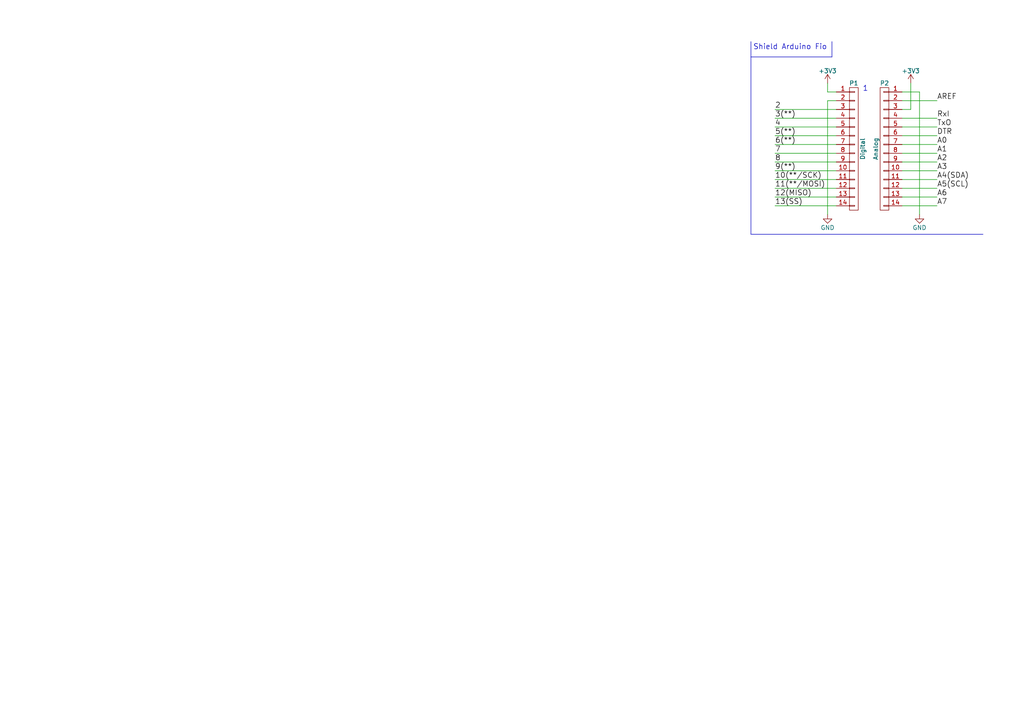
<source format=kicad_sch>
(kicad_sch (version 20230121) (generator eeschema)
  (paper "A4")
  (title_block (date "sam. 04 avril 2015"))
  (lib_symbols
    (symbol "Arduino_Fio-rescue:+3.3V" (power) (pin_names (offset 0))
      (property "Value" "+3.3V" (at 0 3.556 0))
      (symbol "+3.3V_0_1"
        (polyline (pts (xy -0.762 1.27) (xy 0 2.54)))
        (polyline (pts (xy 0 0) (xy 0 2.54)))
        (polyline (pts (xy 0 2.54) (xy 0.762 1.27)))
      )
      (symbol "+3.3V_1_1"
        (pin power_in line (at 0 0 90) (length 0) hide (name "+3V3") (number "1"))
      )
    )
    (symbol "Arduino_Fio-rescue:CONN_01X14" (pin_names (offset 1.016) hide)
      (property "Reference" "P" (at 0 19.05 0))
      (property "Value" "CONN_01X14" (at 2.54 0 90))
      (symbol "CONN_01X14_0_1"
        (rectangle (start -1.27 -16.383) (end 0.254 -16.637))
        (rectangle (start -1.27 -13.843) (end 0.254 -14.097))
        (rectangle (start -1.27 -11.303) (end 0.254 -11.557))
        (rectangle (start -1.27 -8.763) (end 0.254 -9.017))
        (rectangle (start -1.27 -6.223) (end 0.254 -6.477))
        (rectangle (start -1.27 -3.683) (end 0.254 -3.937))
        (rectangle (start -1.27 -1.143) (end 0.254 -1.397))
        (rectangle (start -1.27 1.397) (end 0.254 1.143))
        (rectangle (start -1.27 3.937) (end 0.254 3.683))
        (rectangle (start -1.27 6.477) (end 0.254 6.223))
        (rectangle (start -1.27 9.017) (end 0.254 8.763))
        (rectangle (start -1.27 11.557) (end 0.254 11.303))
        (rectangle (start -1.27 14.097) (end 0.254 13.843))
        (rectangle (start -1.27 16.637) (end 0.254 16.383))
        (rectangle (start -1.27 17.78) (end 1.27 -17.78))
      )
      (symbol "CONN_01X14_1_1"
        (pin passive line (at -5.08 16.51 0) (length 3.81) (name "P1") (number "1"))
        (pin passive line (at -5.08 -6.35 0) (length 3.81) (name "P10") (number "10"))
        (pin passive line (at -5.08 -8.89 0) (length 3.81) (name "P11") (number "11"))
        (pin passive line (at -5.08 -11.43 0) (length 3.81) (name "P12") (number "12"))
        (pin passive line (at -5.08 -13.97 0) (length 3.81) (name "P13") (number "13"))
        (pin passive line (at -5.08 -16.51 0) (length 3.81) (name "P14") (number "14"))
        (pin passive line (at -5.08 13.97 0) (length 3.81) (name "P2") (number "2"))
        (pin passive line (at -5.08 11.43 0) (length 3.81) (name "P3") (number "3"))
        (pin passive line (at -5.08 8.89 0) (length 3.81) (name "P4") (number "4"))
        (pin passive line (at -5.08 6.35 0) (length 3.81) (name "P5") (number "5"))
        (pin passive line (at -5.08 3.81 0) (length 3.81) (name "P6") (number "6"))
        (pin passive line (at -5.08 1.27 0) (length 3.81) (name "P7") (number "7"))
        (pin passive line (at -5.08 -1.27 0) (length 3.81) (name "P8") (number "8"))
        (pin passive line (at -5.08 -3.81 0) (length 3.81) (name "P9") (number "9"))
      )
    )
    (symbol "Arduino_Fio-rescue:GND" (power) (pin_names (offset 0))
      (property "Value" "GND" (at 0 -3.81 0))
      (symbol "GND_0_1"
        (polyline (pts (xy 0 0) (xy 0 -1.27) (xy 1.27 -1.27) (xy 0 -2.54) (xy -1.27 -1.27) (xy 0 -1.27)))
      )
      (symbol "GND_1_1"
        (pin power_in line (at 0 0 270) (length 0) hide (name "GND") (number "1"))
      )
    )
  )
  (wire (pts (xy 271.78 41.91) (xy 261.62 41.91)))
  (wire (pts (xy 224.79 44.45) (xy 242.57 44.45)))
  (wire (pts (xy 261.62 44.45) (xy 271.78 44.45)))
  (wire (pts (xy 224.79 52.07) (xy 242.57 52.07)))
  (wire (pts (xy 271.78 46.99) (xy 261.62 46.99)))
  (wire (pts (xy 264.16 31.75) (xy 264.16 24.13)))
  (wire (pts (xy 261.62 29.21) (xy 271.78 29.21)))
  (wire (pts (xy 261.62 54.61) (xy 271.78 54.61)))
  (wire (pts (xy 242.57 39.37) (xy 224.79 39.37)))
  (wire (pts (xy 271.78 52.07) (xy 261.62 52.07)))
  (polyline (pts (xy 217.805 67.945) (xy 285.115 67.945)))
  (wire (pts (xy 240.03 26.67) (xy 240.03 24.13)))
  (wire (pts (xy 224.79 46.99) (xy 242.57 46.99)))
  (wire (pts (xy 242.57 26.67) (xy 240.03 26.67)))
  (polyline (pts (xy 217.805 12.065) (xy 217.805 67.945)))
  (wire (pts (xy 224.79 41.91) (xy 242.57 41.91)))
  (wire (pts (xy 266.7 26.67) (xy 266.7 62.23)))
  (polyline (pts (xy 217.805 16.51) (xy 241.3 16.51)))
  (wire (pts (xy 271.78 59.69) (xy 261.62 59.69)))
  (wire (pts (xy 271.78 57.15) (xy 261.62 57.15)))
  (wire (pts (xy 271.78 39.37) (xy 261.62 39.37)))
  (wire (pts (xy 261.62 31.75) (xy 264.16 31.75)))
  (wire (pts (xy 271.78 36.83) (xy 261.62 36.83)))
  (polyline (pts (xy 241.3 16.51) (xy 241.3 12.065)))
  (wire (pts (xy 224.79 36.83) (xy 242.57 36.83)))
  (wire (pts (xy 242.57 29.21) (xy 240.03 29.21)))
  (wire (pts (xy 224.79 57.15) (xy 242.57 57.15)))
  (wire (pts (xy 271.78 34.29) (xy 261.62 34.29)))
  (wire (pts (xy 242.57 49.53) (xy 224.79 49.53)))
  (wire (pts (xy 224.79 31.75) (xy 242.57 31.75)))
  (wire (pts (xy 271.78 49.53) (xy 261.62 49.53)))
  (wire (pts (xy 242.57 59.69) (xy 224.79 59.69)))
  (wire (pts (xy 224.79 54.61) (xy 242.57 54.61)))
  (wire (pts (xy 224.79 34.29) (xy 242.57 34.29)))
  (wire (pts (xy 261.62 26.67) (xy 266.7 26.67)))
  (wire (pts (xy 240.03 29.21) (xy 240.03 62.23)))
  (text "1" (at 250.19 26.67 0) (effects (font (size 1.524 1.524)) (justify left bottom)))
  (text "Shield Arduino Fio " (at 218.44 14.605 0) (effects (font (size 1.524 1.524)) (justify left bottom)))
  (label "5(**)" (at 224.79 39.37 0) (effects (font (size 1.524 1.524))))
  (label "7" (at 224.79 44.45 0) (effects (font (size 1.524 1.524))))
  (label "DTR" (at 271.78 39.37 0) (effects (font (size 1.524 1.524))))
  (label "A7" (at 271.78 59.69 0) (effects (font (size 1.524 1.524))))
  (label "11(**/MOSI)" (at 224.79 54.61 0) (effects (font (size 1.524 1.524))))
  (label "13(SS)" (at 224.79 59.69 0) (effects (font (size 1.524 1.524))))
  (label "RxI" (at 271.78 34.29 0) (effects (font (size 1.524 1.524))))
  (label "A2" (at 271.78 46.99 0) (effects (font (size 1.524 1.524))))
  (label "A4(SDA)" (at 271.78 52.07 0) (effects (font (size 1.524 1.524))))
  (label "A0" (at 271.78 41.91 0) (effects (font (size 1.524 1.524))))
  (label "A1" (at 271.78 44.45 0) (effects (font (size 1.524 1.524))))
  (label "10(**/SCK)" (at 224.79 52.07 0) (effects (font (size 1.524 1.524))))
  (label "9(**)" (at 224.79 49.53 0) (effects (font (size 1.524 1.524))))
  (label "A5(SCL)" (at 271.78 54.61 0) (effects (font (size 1.524 1.524))))
  (label "A3" (at 271.78 49.53 0) (effects (font (size 1.524 1.524))))
  (label "TxO" (at 271.78 36.83 0) (effects (font (size 1.524 1.524))))
  (label "2" (at 224.79 31.75 0) (effects (font (size 1.524 1.524))))
  (label "6(**)" (at 224.79 41.91 0) (effects (font (size 1.524 1.524))))
  (label "AREF" (at 271.78 29.21 0) (effects (font (size 1.524 1.524))))
  (label "4" (at 224.79 36.83 0) (effects (font (size 1.524 1.524))))
  (label "12(MISO)" (at 224.79 57.15 0) (effects (font (size 1.524 1.524))))
  (label "3(**)" (at 224.79 34.29 0) (effects (font (size 1.524 1.524))))
  (label "A6" (at 271.78 57.15 0) (effects (font (size 1.524 1.524))))
  (label "8" (at 224.79 46.99 0) (effects (font (size 1.524 1.524))))
  (symbol (lib_id "Arduino_Fio-rescue:CONN_01X14") (at 247.65 43.18 0) (unit 1)
    (property "Reference" "P1" (at 247.65 24.13 0))
    (property "Value" "Digital" (at 250.19 43.18 90))
    (property "Footprint" "Socket_Arduino_Fio:Socket_Strip_Straight_1x14" (effects hide))
  )
  (symbol (lib_id "Arduino_Fio-rescue:CONN_01X14") (at 256.54 43.18 0) (mirror y) (unit 1)
    (property "Reference" "P2" (at 256.54 24.13 0))
    (property "Value" "Analog" (at 254 43.18 90))
    (property "Footprint" "Socket_Arduino_Fio:Socket_Strip_Straight_1x14" (effects hide))
  )
  (symbol (lib_id "Arduino_Fio-rescue:+3.3V") (at 240.03 24.13 0) (unit 1)
    (property "Reference" "#PWR01" (effects hide))
    (property "Value" "+3.3V" (at 240.03 20.574 0))
  )
  (symbol (lib_id "Arduino_Fio-rescue:GND") (at 240.03 62.23 0) (unit 1)
    (property "Reference" "#PWR02" (effects hide))
    (property "Value" "GND" (at 240.03 66.04 0))
  )
  (symbol (lib_id "Arduino_Fio-rescue:+3.3V") (at 264.16 24.13 0) (unit 1)
    (property "Reference" "#PWR03" (effects hide))
    (property "Value" "+3.3V" (at 264.16 20.574 0))
  )
  (symbol (lib_id "Arduino_Fio-rescue:GND") (at 266.7 62.23 0) (unit 1)
    (property "Reference" "#PWR04" (effects hide))
    (property "Value" "GND" (at 266.7 66.04 0))
  )
)
</source>
